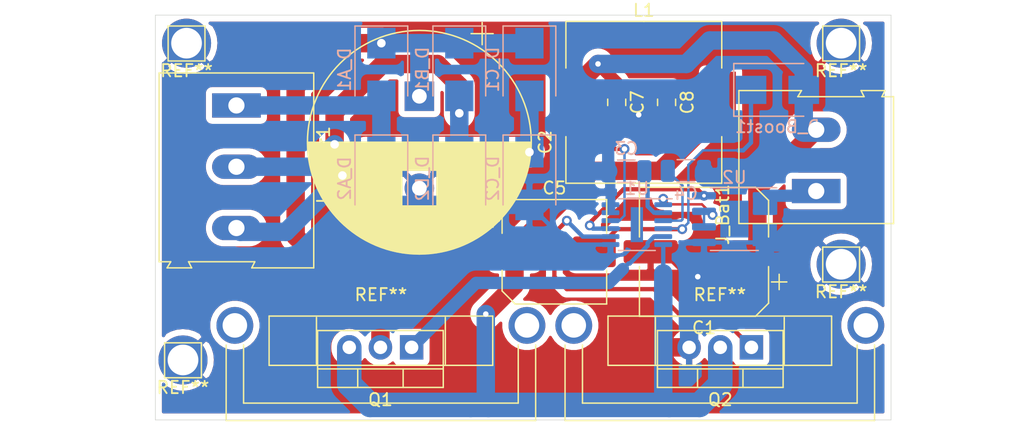
<source format=kicad_pcb>
(kicad_pcb (version 20171130) (host pcbnew "(5.1.8)-1")
  (layers (0 F.Cu signal) (31 B.Cu signal) (34 B.Paste user) (35 F.Paste user) (36 B.SilkS user) (37 F.SilkS user) (38 B.Mask user) (39 F.Mask user) (44 Edge.Cuts user))
  (net 0 "")
  (net 1 "Net-(C2-Pad1)")
  (net 2 GND)
  (net 3 "Net-(C3-Pad1)")
  (net 4 "Net-(C4-Pad1)")
  (net 5 V_Bat)
  (net 6 V_sense)
  (net 7 "Net-(D_A1-Pad2)")
  (net 8 "Net-(D_B1-Pad2)")
  (net 9 "Net-(D_C1-Pad2)")
  (net 10 "Net-(C5-Pad2)")
  (net 11 SW)
  (net 12 TG)
  (net 13 FeedBack)
  (net 14 "Net-(Q2-Pad1)")
  (net 15 "Net-(U1-Pad9)")
  (module Capacitor_SMD:C_0805_2012Metric (layer F.Cu) (at 54.356 26.416 270)
    (fp_text reference C8 (at 0 -1.68 90) (layer F.SilkS))
    (fp_text value 4.7uF)
    (pad 2 smd roundrect (at 0.95 0 270) (size 1 1.45) (layers F.Cu F.Paste F.Mask) (net 2 GND))
    (pad 1 smd roundrect (at -0.95 0 270) (size 1 1.45) (layers F.Cu F.Paste F.Mask) (net 5 V_Bat))
  )
  (module Capacitor_SMD:C_0805_2012Metric (layer F.Cu) (at 50.292 26.416 270)
    (fp_text reference C7 (at 0 -1.68 90) (layer F.SilkS))
    (fp_text value 4.7uF)
    (pad 2 smd roundrect (at 0.95 0 270) (size 1 1.45) (layers F.Cu F.Paste F.Mask) (net 2 GND))
    (pad 1 smd roundrect (at -0.95 0 270) (size 1 1.45) (layers F.Cu F.Paste F.Mask) (net 5 V_Bat))
  )
  (module Capacitor_SMD:CP_Elec_10x7.9 (layer F.Cu) (at 57.404 38.608 180)
    (fp_text reference C1 (at 0 -6.2) (layer F.SilkS))
    (fp_text value 680uF)
    (pad 2 smd roundrect (at 4.35 0 180) (size 4.4 1.9) (layers F.Cu F.Paste F.Mask) (roundrect_rratio 0.131579) (net 2 GND))
    (pad 1 smd roundrect (at -4.35 0 180) (size 4.4 1.9) (layers F.Cu F.Paste F.Mask) (roundrect_rratio 0.131579) (net 5 V_Bat))
  )
  (module Capacitor_SMD:CP_Elec_8x10 (layer F.Cu) (at 45.212 38.608)
    (fp_text reference C5 (at 0 -5.2) (layer F.SilkS))
    (fp_text value 1uF)
    (pad 2 smd roundrect (at 3.25 0) (size 3.5 2.5) (layers F.Cu F.Paste F.Mask) (roundrect_rratio 0.1) (net 10 "Net-(C5-Pad2)"))
    (pad 1 smd roundrect (at -3.25 0) (size 3.5 2.5) (layers F.Cu F.Paste F.Mask) (roundrect_rratio 0.1) (net 11 SW))
  )
  (module Capacitor_THT:CP_Radial_D18.0mm_P7.50mm (layer F.Cu) (at 34.21126 25.9207 270)
    (fp_text reference C2 (at 3.75 -10.25 90) (layer F.SilkS))
    (fp_text value 68uF)
    (pad 2 thru_hole circle (at 7.5 0 270) (size 2.4 2.4) (drill 1.2) (layers *.Cu *.Mask) (net 2 GND))
    (pad 1 thru_hole rect (at 0 0 270) (size 2.4 2.4) (drill 1.2) (layers *.Cu *.Mask) (net 1 "Net-(C2-Pad1)"))
  )
  (module Inductor_SMD:L_Wuerth_HCM-1390 (layer F.Cu) (at 52.5018 26.416)
    (fp_text reference L1 (at 0 -7.5) (layer F.SilkS))
    (fp_text value 100uH)
    (pad 2 smd rect (at 6.25 0) (size 2.5 5) (layers F.Cu F.Paste F.Mask) (net 11 SW))
    (pad 1 smd rect (at -6.25 0) (size 2.5 5) (layers F.Cu F.Paste F.Mask) (net 5 V_Bat))
  )
  (module Connector_Pin:Pin_D1.4mm_L8.5mm_W2.8mm_FlatFork (layer F.Cu) (at 68.58 39.624)
    (fp_text reference REF** (at 0 2.25) (layer F.SilkS))
    (fp_text value Pin_D1.4mm_L8.5mm_W2.8mm_FlatFork)
    (pad 1 thru_hole circle (at 0 0) (size 4 4) (drill 2.5) (layers *.Cu *.Mask) (net 2 GND))
  )
  (module Connector_Pin:Pin_D1.4mm_L8.5mm_W2.8mm_FlatFork (layer F.Cu) (at 68.58 21.59)
    (fp_text reference REF** (at 0 2.25) (layer F.SilkS))
    (fp_text value Pin_D1.4mm_L8.5mm_W2.8mm_FlatFork)
    (pad 1 thru_hole circle (at 0 0) (size 4 4) (drill 2.5) (layers *.Cu *.Mask) (net 2 GND))
  )
  (module Connector_Pin:Pin_D1.4mm_L8.5mm_W2.8mm_FlatFork (layer F.Cu) (at 14.95044 47.43196)
    (fp_text reference REF** (at 0 2.25) (layer F.SilkS))
    (fp_text value Pin_D1.4mm_L8.5mm_W2.8mm_FlatFork)
    (pad 1 thru_hole circle (at 0 0) (size 4 4) (drill 2.5) (layers *.Cu *.Mask) (net 2 GND))
  )
  (module Connector_Pin:Pin_D1.4mm_L8.5mm_W2.8mm_FlatFork (layer F.Cu) (at 15.24 21.59)
    (fp_text reference REF** (at 0 2.25) (layer F.SilkS))
    (fp_text value Pin_D1.4mm_L8.5mm_W2.8mm_FlatFork)
    (pad 1 thru_hole circle (at 0 0) (size 4 4) (drill 2.5) (layers *.Cu *.Mask) (net 2 GND))
  )
  (module Package_SO:MSOP-12-1EP_3x4mm_P0.65mm_EP1.65x2.85mm (layer B.Cu) (at 51.934 36.393 180)
    (fp_text reference U1 (at 0 2.95) (layer B.SilkS) (effects (justify mirror)))
    (fp_text value LTC3854EMSEPBF)
    (pad 1 smd roundrect (at -2.15 1.625 180) (size 1.45 0.4) (layers B.Cu B.Paste B.Mask) (net 13 FeedBack))
    (pad 2 smd roundrect (at -2.15 0.975 180) (size 1.45 0.4) (layers B.Cu B.Paste B.Mask) (net 3 "Net-(C3-Pad1)"))
    (pad 3 smd roundrect (at -2.15 0.325 180) (size 1.45 0.4) (layers B.Cu B.Paste B.Mask) (net 4 "Net-(C4-Pad1)"))
    (pad 4 smd roundrect (at -2.15 -0.325 180) (size 1.45 0.4) (layers B.Cu B.Paste B.Mask) (net 10 "Net-(C5-Pad2)"))
    (pad 5 smd roundrect (at -2.15 -0.975 180) (size 1.45 0.4) (layers B.Cu B.Paste B.Mask) (net 12 TG))
    (pad 6 smd roundrect (at -2.15 -1.625 180) (size 1.45 0.4) (layers B.Cu B.Paste B.Mask) (net 11 SW))
    (pad 7 smd roundrect (at 2.15 -1.625 180) (size 1.45 0.4) (layers B.Cu B.Paste B.Mask) (net 2 GND))
    (pad 8 smd roundrect (at 2.15 -0.975 180) (size 1.45 0.4) (layers B.Cu B.Paste B.Mask) (net 14 "Net-(Q2-Pad1)"))
    (pad 9 smd roundrect (at 2.15 -0.325 180) (size 1.45 0.4) (layers B.Cu B.Paste B.Mask) (net 15 "Net-(U1-Pad9)"))
    (pad 10 smd roundrect (at 2.15 0.325 180) (size 1.45 0.4) (layers B.Cu B.Paste B.Mask) (net 5 V_Bat))
    (pad 11 smd roundrect (at 2.15 0.975 180) (size 1.45 0.4) (layers B.Cu B.Paste B.Mask) (net 2 GND))
    (pad 12 smd roundrect (at 2.15 1.625 180) (size 1.45 0.4) (layers B.Cu B.Paste B.Mask) (net 2 GND))
    (pad 13 smd rect (at 0 0 180) (size 1 2.85) (layers B.Cu B.Mask))
  )
  (module Heatsink:Heatsink_Fischer_FK224xx2201_25x8.3mm (layer F.Cu) (at 46.79188 44.61256)
    (fp_text reference REF** (at 11.9 -2.5 180) (layer F.SilkS))
    (fp_text value Heatsink_Fischer_FK224xx2201_25x8.3mm)
    (pad 1 thru_hole circle (at 23.8 0) (size 3 3) (drill 2) (layers *.Cu *.Mask))
    (pad 1 thru_hole circle (at 0 0) (size 3 3) (drill 2) (layers *.Cu *.Mask))
  )
  (module Heatsink:Heatsink_Fischer_FK224xx2201_25x8.3mm (layer F.Cu) (at 19.177 44.61256)
    (fp_text reference REF** (at 11.9 -2.5 180) (layer F.SilkS))
    (fp_text value Heatsink_Fischer_FK224xx2201_25x8.3mm)
    (pad 1 thru_hole circle (at 0 0) (size 3 3) (drill 2) (layers *.Cu *.Mask))
    (pad 1 thru_hole circle (at 23.8 0) (size 3 3) (drill 2) (layers *.Cu *.Mask))
  )
  (module Package_SO:SOIC-8-1EP_3.9x4.9mm_P1.27mm_EP2.29x3mm (layer B.Cu) (at 59.879 35.941 180)
    (fp_text reference U2 (at 0 3.4) (layer B.SilkS) (effects (justify mirror)))
    (fp_text value ACS70331EESATR-005U3)
    (pad 1 smd roundrect (at -2.475 1.905 180) (size 1.95 0.6) (layers B.Cu B.Paste B.Mask) (net 6 V_sense))
    (pad 2 smd roundrect (at -2.475 0.635 180) (size 1.95 0.6) (layers B.Cu B.Paste B.Mask) (net 6 V_sense))
    (pad 3 smd roundrect (at -2.475 -0.635 180) (size 1.95 0.6) (layers B.Cu B.Paste B.Mask) (net 2 GND))
    (pad 4 smd roundrect (at -2.475 -1.905 180) (size 1.95 0.6) (layers B.Cu B.Paste B.Mask) (net 2 GND))
    (pad 5 smd roundrect (at 2.475 -1.905 180) (size 1.95 0.6) (layers B.Cu B.Paste B.Mask) (net 2 GND))
    (pad 6 smd roundrect (at 2.475 -0.635 180) (size 1.95 0.6) (layers B.Cu B.Paste B.Mask))
    (pad 7 smd roundrect (at 2.475 0.635 180) (size 1.95 0.6) (layers B.Cu B.Paste B.Mask) (net 13 FeedBack))
    (pad 8 smd roundrect (at 2.475 1.905 180) (size 1.95 0.6) (layers B.Cu B.Paste B.Mask) (net 15 "Net-(U1-Pad9)"))
    (pad 9 smd rect (at 0 0 180) (size 2.29 3) (layers B.Cu B.Mask))
  )
  (module Package_TO_SOT_THT:TO-220-3_Vertical (layer F.Cu) (at 61.26988 46.40326 180)
    (fp_text reference Q2 (at 2.54 -4.27) (layer F.SilkS))
    (fp_text value Q_NMOS_GDS)
    (pad 1 thru_hole rect (at 0 0 180) (size 1.905 2) (drill 1.1) (layers *.Cu *.Mask) (net 14 "Net-(Q2-Pad1)"))
    (pad 2 thru_hole oval (at 2.54 0 180) (size 1.905 2) (drill 1.1) (layers *.Cu *.Mask) (net 11 SW))
    (pad 3 thru_hole oval (at 5.08 0 180) (size 1.905 2) (drill 1.1) (layers *.Cu *.Mask) (net 2 GND))
  )
  (module Package_TO_SOT_THT:TO-220-3_Vertical (layer F.Cu) (at 33.5788 46.40326 180)
    (fp_text reference Q1 (at 2.54 -4.27) (layer F.SilkS))
    (fp_text value Q_NMOS_GDS)
    (pad 3 thru_hole oval (at 5.08 0 180) (size 1.905 2) (drill 1.1) (layers *.Cu *.Mask) (net 11 SW))
    (pad 2 thru_hole oval (at 2.54 0 180) (size 1.905 2) (drill 1.1) (layers *.Cu *.Mask) (net 1 "Net-(C2-Pad1)"))
    (pad 1 thru_hole rect (at 0 0 180) (size 1.905 2) (drill 1.1) (layers *.Cu *.Mask) (net 12 TG))
  )
  (module TerminalBlock:TerminalBlock_Altech_AK300-3_P5.00mm (layer F.Cu) (at 19.304 26.67 270)
    (fp_text reference J_Motor1 (at 5 -7.1 90) (layer F.SilkS))
    (fp_text value Conn_01x03_Male)
    (pad 3 thru_hole oval (at 10 0 270) (size 1.98 3.96) (drill 1.32) (layers *.Cu *.Mask) (net 9 "Net-(D_C1-Pad2)"))
    (pad 2 thru_hole oval (at 5 0 270) (size 1.98 3.96) (drill 1.32) (layers *.Cu *.Mask) (net 8 "Net-(D_B1-Pad2)"))
    (pad 1 thru_hole rect (at 0 0 270) (size 1.98 3.96) (drill 1.32) (layers *.Cu *.Mask) (net 7 "Net-(D_A1-Pad2)"))
  )
  (module TerminalBlock:TerminalBlock_Altech_AK300-2_P5.00mm (layer F.Cu) (at 66.548 33.655 90)
    (fp_text reference J_Bat1 (at -1.92 -7.62 90) (layer F.SilkS))
    (fp_text value Conn_01x02_Female)
    (pad 2 thru_hole oval (at 5 0 90) (size 1.98 3.96) (drill 1.32) (layers *.Cu *.Mask) (net 5 V_Bat))
    (pad 1 thru_hole rect (at 0 0 90) (size 1.98 3.96) (drill 1.32) (layers *.Cu *.Mask) (net 6 V_sense))
  )
  (module Diode_SMD:D_SMB (layer B.Cu) (at 63.382 25.4)
    (fp_text reference D_Boost1 (at 0 3) (layer B.SilkS) (effects (justify mirror)))
    (fp_text value D_Small)
    (pad 2 smd rect (at 2.15 0) (size 2.5 2.3) (layers B.Cu B.Paste B.Mask) (net 5 V_Bat))
    (pad 1 smd rect (at -2.15 0) (size 2.5 2.3) (layers B.Cu B.Paste B.Mask) (net 10 "Net-(C5-Pad2)"))
  )
  (module Diode_SMD:D_SMB (layer B.Cu) (at 43.18 32.63 270)
    (fp_text reference D_C2 (at 0 3 270) (layer B.SilkS) (effects (justify mirror)))
    (fp_text value D_Small)
    (pad 2 smd rect (at 2.15 0 270) (size 2.5 2.3) (layers B.Cu B.Paste B.Mask) (net 2 GND))
    (pad 1 smd rect (at -2.15 0 270) (size 2.5 2.3) (layers B.Cu B.Paste B.Mask) (net 9 "Net-(D_C1-Pad2)"))
  )
  (module Diode_SMD:D_SMB (layer B.Cu) (at 43.18 23.74 270)
    (fp_text reference D_C1 (at 0 3 270) (layer B.SilkS) (effects (justify mirror)))
    (fp_text value D_Small)
    (pad 2 smd rect (at 2.15 0 270) (size 2.5 2.3) (layers B.Cu B.Paste B.Mask) (net 9 "Net-(D_C1-Pad2)"))
    (pad 1 smd rect (at -2.15 0 270) (size 2.5 2.3) (layers B.Cu B.Paste B.Mask) (net 1 "Net-(C2-Pad1)"))
  )
  (module Diode_SMD:D_SMB (layer B.Cu) (at 37.465 32.63 270)
    (fp_text reference D_B2 (at 0 3 270) (layer B.SilkS) (effects (justify mirror)))
    (fp_text value D_Small)
    (pad 2 smd rect (at 2.15 0 270) (size 2.5 2.3) (layers B.Cu B.Paste B.Mask) (net 2 GND))
    (pad 1 smd rect (at -2.15 0 270) (size 2.5 2.3) (layers B.Cu B.Paste B.Mask) (net 8 "Net-(D_B1-Pad2)"))
  )
  (module Diode_SMD:D_SMB (layer B.Cu) (at 37.465 23.74 270)
    (fp_text reference D_B1 (at 0 3 270) (layer B.SilkS) (effects (justify mirror)))
    (fp_text value D_Small)
    (pad 2 smd rect (at 2.15 0 270) (size 2.5 2.3) (layers B.Cu B.Paste B.Mask) (net 8 "Net-(D_B1-Pad2)"))
    (pad 1 smd rect (at -2.15 0 270) (size 2.5 2.3) (layers B.Cu B.Paste B.Mask) (net 1 "Net-(C2-Pad1)"))
  )
  (module Diode_SMD:D_SMB (layer B.Cu) (at 31.115 32.63 270)
    (fp_text reference D_A2 (at 0 3 270) (layer B.SilkS) (effects (justify mirror)))
    (fp_text value D_Small)
    (pad 2 smd rect (at 2.15 0 270) (size 2.5 2.3) (layers B.Cu B.Paste B.Mask) (net 2 GND))
    (pad 1 smd rect (at -2.15 0 270) (size 2.5 2.3) (layers B.Cu B.Paste B.Mask) (net 7 "Net-(D_A1-Pad2)"))
  )
  (module Diode_SMD:D_SMB (layer B.Cu) (at 31.115 23.74 270)
    (fp_text reference D_A1 (at 0 3 270) (layer B.SilkS) (effects (justify mirror)))
    (fp_text value D_Small)
    (pad 2 smd rect (at 2.15 0 270) (size 2.5 2.3) (layers B.Cu B.Paste B.Mask) (net 7 "Net-(D_A1-Pad2)"))
    (pad 1 smd rect (at -2.15 0 270) (size 2.5 2.3) (layers B.Cu B.Paste B.Mask) (net 1 "Net-(C2-Pad1)"))
  )
  (module Capacitor_SMD:C_1206_3216Metric (layer B.Cu) (at 55.929 32.004)
    (fp_text reference C4 (at 0 1.85) (layer B.SilkS) (effects (justify mirror)))
    (fp_text value 2nF)
    (pad 2 smd roundrect (at 1.475 0) (size 1.15 1.8) (layers B.Cu B.Paste B.Mask) (roundrect_rratio 0.217391) (net 2 GND))
    (pad 1 smd roundrect (at -1.475 0) (size 1.15 1.8) (layers B.Cu B.Paste B.Mask) (roundrect_rratio 0.217391) (net 4 "Net-(C4-Pad1)"))
  )
  (module Capacitor_SMD:C_1206_3216Metric (layer B.Cu) (at 51.07178 32.03448 180)
    (fp_text reference C3 (at 0 1.85) (layer B.SilkS) (effects (justify mirror)))
    (fp_text value 2.2nF)
    (pad 2 smd roundrect (at 1.475 0 180) (size 1.15 1.8) (layers B.Cu B.Paste B.Mask) (roundrect_rratio 0.217391) (net 2 GND))
    (pad 1 smd roundrect (at -1.475 0 180) (size 1.15 1.8) (layers B.Cu B.Paste B.Mask) (roundrect_rratio 0.217391) (net 3 "Net-(C3-Pad1)"))
  )
  (gr_poly (pts (xy 63.2968 38.1) (xy 61.4172 38.1) (xy 61.4172 36.3728) (xy 63.2968 36.3728)) (layer B.Cu) (width 0.1))
  (gr_poly (pts (xy 63.3222 35.5346) (xy 61.4426 35.5346) (xy 61.4426 33.8074) (xy 63.3222 33.8074)) (layer B.Cu) (width 0.1))
  (gr_line (start 12.7 52.324) (end 72.644 52.324) (layer Edge.Cuts) (width 0.05))
  (gr_line (start 12.7 52.324) (end 12.7 19.304) (layer Edge.Cuts) (width 0.05))
  (gr_line (start 72.644 19.304) (end 72.644 52.324) (layer Edge.Cuts) (width 0.05))
  (gr_line (start 12.7 19.304) (end 72.644 19.304) (layer Edge.Cuts) (width 0.05))
  (segment (start 57.404 36.576) (end 57.404 35.306) (width 0.2) (layer B.Cu) (net 0))
  (segment (start 37.465 21.59) (end 43.18 21.59) (width 1.5) (layer B.Cu) (net 1))
  (via (at 31.115 21.59) (size 1.5) (drill 0.7) (layers F.Cu B.Cu) (net 1))
  (segment (start 31.115 21.59) (end 32.385 21.59) (width 1.5) (layer B.Cu) (net 1))
  (segment (start 34.21126 21.60778) (end 34.19348 21.59) (width 1.5) (layer B.Cu) (net 1))
  (segment (start 34.19348 21.59) (end 37.465 21.59) (width 1.5) (layer B.Cu) (net 1))
  (segment (start 34.21126 25.9207) (end 34.21126 21.60778) (width 1.5) (layer B.Cu) (net 1))
  (segment (start 32.385 21.59) (end 34.19348 21.59) (width 1.5) (layer B.Cu) (net 1))
  (segment (start 27.69616 21.59) (end 31.115 21.59) (width 1.5) (layer F.Cu) (net 1))
  (segment (start 24.13 25.15616) (end 27.69616 21.59) (width 1.5) (layer F.Cu) (net 1))
  (segment (start 24.13 37.36848) (end 24.13 25.15616) (width 1.5) (layer F.Cu) (net 1))
  (segment (start 31.0388 44.27728) (end 24.13 37.36848) (width 1.5) (layer F.Cu) (net 1))
  (segment (start 31.0388 46.40326) (end 31.0388 44.27728) (width 1.5) (layer F.Cu) (net 1))
  (segment (start 37.465 34.78) (end 43.18 34.78) (width 1.5) (layer B.Cu) (net 2))
  (segment (start 34.29 34.635) (end 34.145 34.78) (width 1.5) (layer B.Cu) (net 2))
  (segment (start 34.145 34.78) (end 37.465 34.78) (width 1.5) (layer B.Cu) (net 2))
  (segment (start 31.115 34.78) (end 33.3682 34.78) (width 1.5) (layer B.Cu) (net 2))
  (segment (start 33.3682 34.78) (end 34.145 34.78) (width 1.5) (layer B.Cu) (net 2))
  (segment (start 49.784 34.925) (end 49.784 34.768) (width 0.2) (layer B.Cu) (net 2))
  (segment (start 49.5808 35.1282) (end 49.784 34.925) (width 0.2) (layer B.Cu) (net 2))
  (segment (start 62.354 36.576) (end 62.354 37.846) (width 0.2) (layer B.Cu) (net 2))
  (segment (start 62.354 40.609002) (end 61.129202 41.8338) (width 1.5) (layer B.Cu) (net 2))
  (segment (start 61.129202 41.8338) (end 57.6326 41.8338) (width 1.5) (layer B.Cu) (net 2))
  (segment (start 69.9262 31.877) (end 69.9262 35.9918) (width 1.5) (layer B.Cu) (net 2))
  (segment (start 69.1896 31.1404) (end 69.9262 31.877) (width 1.5) (layer B.Cu) (net 2))
  (segment (start 64.0588 31.1404) (end 69.1896 31.1404) (width 1.5) (layer B.Cu) (net 2))
  (segment (start 57.57959 32.58599) (end 62.61321 32.58599) (width 1.5) (layer B.Cu) (net 2))
  (segment (start 57.404 32.004) (end 57.404 32.4104) (width 1.5) (layer B.Cu) (net 2))
  (segment (start 62.61321 32.58599) (end 64.0588 31.1404) (width 1.5) (layer B.Cu) (net 2))
  (segment (start 57.404 32.4104) (end 57.57959 32.58599) (width 1.5) (layer B.Cu) (net 2))
  (segment (start 62.354 39.2908) (end 62.354 40.609002) (width 1.5) (layer B.Cu) (net 2))
  (segment (start 62.354 37.846) (end 62.354 39.2908) (width 1.5) (layer B.Cu) (net 2))
  (segment (start 65.3288 35.9918) (end 69.9262 35.9918) (width 1.5) (layer B.Cu) (net 2))
  (segment (start 63.4746 37.846) (end 65.3288 35.9918) (width 1.5) (layer B.Cu) (net 2))
  (segment (start 62.354 37.846) (end 63.4746 37.846) (width 1.5) (layer B.Cu) (net 2))
  (segment (start 49.784 35.01136) (end 49.784 35.418) (width 0.2) (layer B.Cu) (net 2))
  (segment (start 49.784 34.768) (end 49.784 35.01136) (width 0.2) (layer B.Cu) (net 2))
  (segment (start 34.21126 34.71374) (end 34.145 34.78) (width 1.5) (layer B.Cu) (net 2))
  (segment (start 34.21126 33.4207) (end 34.21126 34.71374) (width 1.5) (layer B.Cu) (net 2))
  (segment (start 49.59678 29.918058) (end 52.082838 27.432) (width 1) (layer B.Cu) (net 2))
  (segment (start 49.59678 32.03448) (end 49.59678 29.918058) (width 1) (layer B.Cu) (net 2))
  (via (at 52.082838 27.432) (size 0.8) (drill 0.45) (layers F.Cu B.Cu) (net 2))
  (segment (start 52.7 27.432) (end 52.766 27.366) (width 1) (layer F.Cu) (net 2))
  (segment (start 52.082838 27.432) (end 52.7 27.432) (width 1) (layer F.Cu) (net 2))
  (segment (start 52.766 27.366) (end 54.356 27.366) (width 1) (layer F.Cu) (net 2))
  (segment (start 50.292 27.366) (end 52.766 27.366) (width 1) (layer F.Cu) (net 2))
  (segment (start 43.18 34.78) (end 43.96 34.78) (width 1.5) (layer B.Cu) (net 2))
  (segment (start 46.70552 32.03448) (end 49.59678 32.03448) (width 1.5) (layer B.Cu) (net 2))
  (segment (start 43.96 34.78) (end 46.70552 32.03448) (width 1.5) (layer B.Cu) (net 2))
  (segment (start 49.784 32.2217) (end 49.59678 32.03448) (width 0.8) (layer B.Cu) (net 2))
  (segment (start 49.784 35.01136) (end 49.784 32.2217) (width 0.8) (layer B.Cu) (net 2))
  (segment (start 57.404 37.846) (end 62.354 37.846) (width 0.35) (layer B.Cu) (net 2))
  (segment (start 46.418 38.018) (end 43.18 34.78) (width 0.35) (layer B.Cu) (net 2))
  (segment (start 49.784 38.018) (end 46.418 38.018) (width 0.35) (layer B.Cu) (net 2))
  (segment (start 56.18988 43.27652) (end 57.6326 41.8338) (width 1.5) (layer B.Cu) (net 2))
  (segment (start 56.18988 46.40326) (end 56.18988 43.27652) (width 1.5) (layer B.Cu) (net 2))
  (via (at 56.896 40.64) (size 0.8) (drill 0.45) (layers F.Cu B.Cu) (net 2))
  (segment (start 57.6326 41.3766) (end 56.896 40.64) (width 1.5) (layer B.Cu) (net 2))
  (segment (start 57.6326 41.8338) (end 57.6326 41.3766) (width 1.5) (layer B.Cu) (net 2))
  (segment (start 54.864 38.608) (end 56.896 40.64) (width 1.5) (layer F.Cu) (net 2))
  (segment (start 53.054 38.608) (end 54.864 38.608) (width 1.5) (layer F.Cu) (net 2))
  (segment (start 34.21126 41.83126) (end 34.21126 33.4207) (width 1.5) (layer F.Cu) (net 2))
  (segment (start 40.132 47.752) (end 34.21126 41.83126) (width 1.5) (layer F.Cu) (net 2))
  (segment (start 52.832 47.752) (end 40.132 47.752) (width 1.5) (layer F.Cu) (net 2))
  (segment (start 54.18074 46.40326) (end 52.832 47.752) (width 1.5) (layer F.Cu) (net 2))
  (segment (start 56.18988 46.40326) (end 54.18074 46.40326) (width 1.5) (layer F.Cu) (net 2))
  (segment (start 54.084 35.418) (end 53.359 35.418) (width 0.2) (layer B.Cu) (net 3))
  (segment (start 52.809001 32.296701) (end 52.54678 32.03448) (width 0.35) (layer B.Cu) (net 3))
  (segment (start 52.809001 34.889769) (end 52.809001 32.296701) (width 0.35) (layer B.Cu) (net 3))
  (segment (start 53.337232 35.418) (end 52.809001 34.889769) (width 0.35) (layer B.Cu) (net 3))
  (segment (start 54.084 35.418) (end 53.337232 35.418) (width 0.35) (layer B.Cu) (net 3))
  (segment (start 54.084 36.068) (end 55.5498 36.068) (width 0.2) (layer B.Cu) (net 4))
  (segment (start 55.5498 36.068) (end 55.6514 35.9664) (width 0.2) (layer B.Cu) (net 4))
  (segment (start 55.6514 33.2014) (end 54.454 32.004) (width 0.2) (layer B.Cu) (net 4))
  (segment (start 55.6514 35.9664) (end 55.6514 33.2014) (width 0.2) (layer B.Cu) (net 4))
  (segment (start 49.784 36.068) (end 50.509 36.068) (width 0.2) (layer B.Cu) (net 5))
  (segment (start 55.95738 23.283) (end 55.96636 23.27402) (width 1.5) (layer B.Cu) (net 5))
  (segment (start 48.768 23.283) (end 55.95738 23.283) (width 1.5) (layer B.Cu) (net 5))
  (segment (start 55.96636 23.27402) (end 57.87136 21.36902) (width 1.5) (layer B.Cu) (net 5))
  (segment (start 57.87136 21.36902) (end 63.0809 21.36902) (width 1.5) (layer B.Cu) (net 5))
  (segment (start 65.532 23.82012) (end 65.532 25.4) (width 1.5) (layer B.Cu) (net 5))
  (segment (start 63.0809 21.36902) (end 65.532 23.82012) (width 1.5) (layer B.Cu) (net 5))
  (segment (start 65.532 28.147) (end 66.04 28.655) (width 1.5) (layer B.Cu) (net 5))
  (segment (start 65.532 25.4) (end 65.532 28.147) (width 1.5) (layer B.Cu) (net 5))
  (via (at 50.927 30.21584) (size 0.8) (drill 0.45) (layers F.Cu B.Cu) (net 5))
  (segment (start 50.927 35.65) (end 50.927 30.21584) (width 0.2) (layer B.Cu) (net 5))
  (segment (start 50.509 36.068) (end 50.927 35.65) (width 0.2) (layer B.Cu) (net 5))
  (segment (start 49.36584 30.21584) (end 46.2518 27.1018) (width 0.35) (layer F.Cu) (net 5))
  (segment (start 50.927 30.21584) (end 49.36584 30.21584) (width 0.35) (layer F.Cu) (net 5))
  (via (at 48.768 23.283) (size 0.8) (drill 0.45) (layers F.Cu B.Cu) (net 5))
  (segment (start 46.2518 25.7992) (end 48.768 23.283) (width 1.5) (layer F.Cu) (net 5))
  (segment (start 46.2518 27.1018) (end 46.2518 25.7992) (width 1.5) (layer F.Cu) (net 5))
  (segment (start 50.292 24.807) (end 48.768 23.283) (width 1) (layer F.Cu) (net 5))
  (segment (start 50.292 25.466) (end 50.292 24.807) (width 1) (layer F.Cu) (net 5))
  (segment (start 54.356 25.466) (end 50.292 25.466) (width 1) (layer F.Cu) (net 5))
  (segment (start 61.754 33.449) (end 66.548 28.655) (width 1.5) (layer F.Cu) (net 5))
  (segment (start 61.754 38.608) (end 61.754 33.449) (width 1.5) (layer F.Cu) (net 5))
  (segment (start 65.659 34.036) (end 66.04 33.655) (width 1) (layer B.Cu) (net 6))
  (segment (start 62.354 34.036) (end 65.659 34.036) (width 1) (layer B.Cu) (net 6))
  (segment (start 62.354 34.036) (end 62.354 35.306) (width 0.2) (layer B.Cu) (net 6))
  (segment (start 31.115 25.89) (end 31.115 30.48) (width 1.5) (layer B.Cu) (net 7))
  (segment (start 30.335 26.67) (end 31.115 25.89) (width 1.5) (layer B.Cu) (net 7))
  (segment (start 19.304 26.67) (end 30.335 26.67) (width 1.5) (layer B.Cu) (net 7))
  (segment (start 19.304 31.67) (end 25.48 31.67) (width 1.5) (layer B.Cu) (net 8))
  (segment (start 25.48 31.67) (end 27.305 29.845) (width 1.5) (layer B.Cu) (net 8))
  (via (at 27.305 29.845) (size 1.5) (drill 0.7) (layers F.Cu B.Cu) (net 8))
  (via (at 37.465 27.305) (size 1.5) (drill 0.7) (layers F.Cu B.Cu) (net 8))
  (segment (start 37.465 25.89) (end 37.465 27.305) (width 1.5) (layer B.Cu) (net 8))
  (segment (start 37.465 27.305) (end 37.465 28.575) (width 1.5) (layer B.Cu) (net 8))
  (segment (start 37.465 28.575) (end 37.465 30.48) (width 1.5) (layer B.Cu) (net 8))
  (segment (start 27.305 29.845) (end 27.305 27.20594) (width 1.5) (layer F.Cu) (net 8))
  (segment (start 37.465 25.064438) (end 37.465 27.305) (width 1.5) (layer F.Cu) (net 8))
  (segment (start 35.690572 23.29001) (end 37.465 25.064438) (width 1.5) (layer F.Cu) (net 8))
  (segment (start 31.22093 23.29001) (end 35.690572 23.29001) (width 1.5) (layer F.Cu) (net 8))
  (segment (start 27.305 27.20594) (end 31.22093 23.29001) (width 1.5) (layer F.Cu) (net 8))
  (segment (start 19.614001 36.980001) (end 23.344999 36.980001) (width 1.5) (layer B.Cu) (net 9))
  (segment (start 19.304 36.67) (end 19.614001 36.980001) (width 1.5) (layer B.Cu) (net 9))
  (via (at 27.94 32.385) (size 1.5) (drill 0.7) (layers F.Cu B.Cu) (net 9))
  (segment (start 23.344999 36.980001) (end 27.94 32.385) (width 1.5) (layer B.Cu) (net 9))
  (via (at 43.18 30.48) (size 1.5) (drill 0.7) (layers F.Cu B.Cu) (net 9))
  (segment (start 43.18 30.48) (end 43.18 29.21) (width 1.5) (layer B.Cu) (net 9))
  (segment (start 43.18 25.89) (end 43.18 29.21) (width 1.5) (layer B.Cu) (net 9))
  (segment (start 29.845 30.48) (end 43.18 30.48) (width 1.5) (layer F.Cu) (net 9))
  (segment (start 27.94 32.385) (end 29.845 30.48) (width 1.5) (layer F.Cu) (net 9))
  (segment (start 56.12899 31.526176) (end 57.320166 30.335) (width 0.2) (layer B.Cu) (net 10))
  (segment (start 56.12899 36.239598) (end 56.12899 31.526176) (width 0.2) (layer B.Cu) (net 10))
  (segment (start 55.650588 36.718) (end 56.12899 36.239598) (width 0.2) (layer B.Cu) (net 10))
  (segment (start 54.084 36.718) (end 55.650588 36.718) (width 0.2) (layer B.Cu) (net 10))
  (segment (start 55.626 36.742588) (end 55.650588 36.718) (width 0.2) (layer B.Cu) (net 10))
  (segment (start 60.19822 30.335) (end 60.5991 30.335) (width 0.35) (layer B.Cu) (net 10))
  (segment (start 57.320166 30.335) (end 60.19822 30.335) (width 0.2) (layer B.Cu) (net 10))
  (segment (start 60.19822 30.335) (end 60.325 30.335) (width 0.2) (layer B.Cu) (net 10))
  (segment (start 61.232 29.7021) (end 61.232 25.4) (width 0.35) (layer B.Cu) (net 10))
  (segment (start 60.5991 30.335) (end 61.232 29.7021) (width 0.35) (layer B.Cu) (net 10))
  (via (at 55.62837 36.763577) (size 0.8) (drill 0.45) (layers F.Cu B.Cu) (net 10))
  (segment (start 55.650588 36.741359) (end 55.62837 36.763577) (width 0.35) (layer B.Cu) (net 10))
  (segment (start 55.650588 36.718) (end 55.650588 36.741359) (width 0.35) (layer B.Cu) (net 10))
  (segment (start 50.306423 36.763577) (end 48.462 38.608) (width 0.35) (layer F.Cu) (net 10))
  (segment (start 55.62837 36.763577) (end 50.306423 36.763577) (width 0.35) (layer F.Cu) (net 10))
  (segment (start 28.4988 49.40326) (end 30.19453 51.09899) (width 2) (layer B.Cu) (net 11))
  (segment (start 28.4988 46.40326) (end 28.4988 49.40326) (width 2) (layer B.Cu) (net 11))
  (segment (start 58.72988 49.40326) (end 58.72988 46.40326) (width 2) (layer B.Cu) (net 11))
  (segment (start 57.03415 51.09899) (end 58.72988 49.40326) (width 2) (layer B.Cu) (net 11))
  (segment (start 30.19453 51.09899) (end 38.39899 51.09899) (width 2) (layer B.Cu) (net 11))
  (segment (start 54.56501 51.09899) (end 57.03415 51.09899) (width 2) (layer B.Cu) (net 11))
  (segment (start 54.084 50.61798) (end 54.56501 51.09899) (width 1.5) (layer B.Cu) (net 11))
  (segment (start 54.084 40.368) (end 54.084 50.61798) (width 1.5) (layer B.Cu) (net 11))
  (segment (start 54.084 38.018) (end 54.084 40.368) (width 0.35) (layer B.Cu) (net 11))
  (segment (start 41.962 38.335998) (end 41.962 38.608) (width 1.5) (layer F.Cu) (net 11))
  (segment (start 48.293998 32.004) (end 41.962 38.335998) (width 1.5) (layer F.Cu) (net 11))
  (segment (start 53.848 32.004) (end 48.293998 32.004) (width 1.5) (layer F.Cu) (net 11))
  (segment (start 58.7518 27.1002) (end 53.848 32.004) (width 1.5) (layer F.Cu) (net 11))
  (segment (start 58.7518 26.416) (end 58.7518 27.1002) (width 1.5) (layer F.Cu) (net 11))
  (segment (start 41.962 38.608) (end 41.962 41.35) (width 1.5) (layer F.Cu) (net 11))
  (via (at 39.624 43.688) (size 0.8) (drill 0.45) (layers F.Cu B.Cu) (net 11))
  (segment (start 41.962 41.35) (end 39.624 43.688) (width 1.5) (layer F.Cu) (net 11))
  (segment (start 39.624 50.88998) (end 39.83301 51.09899) (width 1.5) (layer B.Cu) (net 11))
  (segment (start 39.83301 51.09899) (end 54.56501 51.09899) (width 2) (layer B.Cu) (net 11))
  (segment (start 39.624 43.688) (end 39.624 50.88998) (width 1.5) (layer B.Cu) (net 11))
  (segment (start 38.39899 51.09899) (end 39.83301 51.09899) (width 2) (layer B.Cu) (net 11))
  (segment (start 52.809001 38.109199) (end 51.354551 39.563649) (width 0.35) (layer B.Cu) (net 12))
  (segment (start 52.809001 37.896231) (end 52.809001 38.109199) (width 0.35) (layer B.Cu) (net 12))
  (segment (start 53.337232 37.368) (end 52.809001 37.896231) (width 0.35) (layer B.Cu) (net 12))
  (segment (start 54.084 37.368) (end 53.337232 37.368) (width 0.35) (layer B.Cu) (net 12))
  (segment (start 33.5788 46.40326) (end 38.83406 41.148) (width 1) (layer B.Cu) (net 12))
  (segment (start 49.663298 41.148) (end 50.8 40.011298) (width 1) (layer B.Cu) (net 12))
  (segment (start 38.83406 41.148) (end 49.663298 41.148) (width 1) (layer B.Cu) (net 12))
  (segment (start 51.247649 39.563649) (end 50.8 40.011298) (width 0.35) (layer B.Cu) (net 12))
  (segment (start 51.354551 39.563649) (end 51.247649 39.563649) (width 0.35) (layer B.Cu) (net 12))
  (segment (start 54.084 34.768) (end 54.084 34.2826) (width 0.2) (layer B.Cu) (net 13))
  (via (at 54.084 34.2826) (size 0.8) (drill 0.45) (layers F.Cu B.Cu) (net 13))
  (segment (start 54.084 34.2826) (end 54.537401 34.736001) (width 0.2) (layer F.Cu) (net 13))
  (via (at 58.104 35.604905) (size 0.8) (drill 0.45) (layers F.Cu B.Cu) (net 13))
  (segment (start 57.235096 34.736001) (end 58.104 35.604905) (width 0.2) (layer F.Cu) (net 13))
  (segment (start 54.537401 34.736001) (end 57.235096 34.736001) (width 0.2) (layer F.Cu) (net 13))
  (segment (start 49.784 37.368) (end 47.528 37.368) (width 0.35) (layer B.Cu) (net 14))
  (via (at 46.228 36.068) (size 0.8) (drill 0.45) (layers F.Cu B.Cu) (net 14))
  (segment (start 47.528 37.368) (end 46.228 36.068) (width 0.35) (layer B.Cu) (net 14))
  (segment (start 55.88 44.196) (end 59.06262 44.196) (width 0.35) (layer F.Cu) (net 14))
  (segment (start 53.34 41.656) (end 55.88 44.196) (width 0.35) (layer F.Cu) (net 14))
  (segment (start 59.06262 44.196) (end 61.26988 46.40326) (width 0.35) (layer F.Cu) (net 14))
  (segment (start 45.212 40.64) (end 46.228 41.656) (width 0.35) (layer F.Cu) (net 14))
  (segment (start 46.228 41.656) (end 53.34 41.656) (width 0.35) (layer F.Cu) (net 14))
  (segment (start 45.212 37.084) (end 45.212 40.64) (width 0.35) (layer F.Cu) (net 14))
  (segment (start 46.228 36.068) (end 45.212 37.084) (width 0.35) (layer F.Cu) (net 14))
  (via (at 57.404 34.036) (size 0.8) (drill 0.3) (layers F.Cu B.Cu) (net 15))
  (segment (start 56.8706 34.036) (end 57.404 34.036) (width 0.2) (layer B.Cu) (net 15))
  (segment (start 49.784 36.718) (end 50.509 36.718) (width 0.2) (layer B.Cu) (net 15))
  (segment (start 56.875599 33.507599) (end 50.838181 33.507599) (width 0.35) (layer F.Cu) (net 15))
  (segment (start 57.404 34.036) (end 56.875599 33.507599) (width 0.35) (layer F.Cu) (net 15))
  (segment (start 50.838181 33.507599) (end 48.24984 36.09594) (width 0.35) (layer F.Cu) (net 15))
  (via (at 48.09744 36.45662) (size 0.8) (drill 0.45) (layers F.Cu B.Cu) (net 15))
  (segment (start 48.24984 36.30422) (end 48.09744 36.45662) (width 0.35) (layer F.Cu) (net 15))
  (segment (start 48.24984 36.09594) (end 48.24984 36.30422) (width 0.35) (layer F.Cu) (net 15))
  (segment (start 48.35882 36.718) (end 49.784 36.718) (width 0.35) (layer B.Cu) (net 15))
  (segment (start 48.09744 36.45662) (end 48.35882 36.718) (width 0.35) (layer B.Cu) (net 15))
  (zone (net 2) (net_name GND) (layer B.Cu) (connect_pads (clearance 0.508)) (min_thickness 0.254) (fill yes (arc_segments 32) (thermal_gap 0.508) (thermal_bridge_width 0.508))
    (polygon (pts (xy 72.644 52.324) (xy 12.7 52.324) (xy 12.7 19.304) (xy 72.644 19.304)))
  )
  (zone (net 2) (net_name GND) (layer F.Cu) (connect_pads (clearance 0.508)) (min_thickness 0.254) (fill yes (arc_segments 32) (thermal_gap 0.508) (thermal_bridge_width 0.508))
    (polygon (pts (xy 72.644 52.324) (xy 12.7 52.324) (xy 12.7 19.304) (xy 72.644 19.304)))
  )
)
</source>
